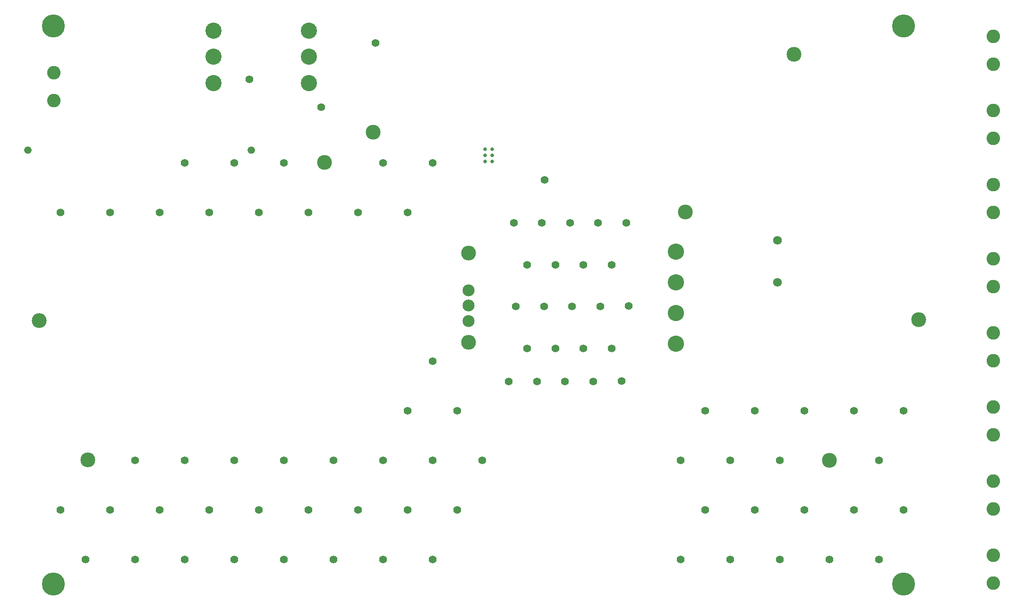
<source format=gbs>
G04*
G04 #@! TF.GenerationSoftware,Altium Limited,Altium Designer,20.1.11 (218)*
G04*
G04 Layer_Color=16711935*
%FSAX25Y25*%
%MOIN*%
G70*
G04*
G04 #@! TF.SameCoordinates,E0C1F809-B248-4629-B2B7-0F7BAD0073A3*
G04*
G04*
G04 #@! TF.FilePolarity,Negative*
G04*
G01*
G75*
%ADD65C,0.10500*%
%ADD66C,0.11425*%
%ADD67C,0.10461*%
%ADD68C,0.08453*%
%ADD69C,0.11484*%
%ADD70C,0.16248*%
%ADD71C,0.09555*%
%ADD73C,0.06200*%
%ADD74C,0.05500*%
%ADD75C,0.02480*%
%ADD95C,0.05224*%
D65*
X0216400Y0322500D02*
D03*
X0547600Y0399000D02*
D03*
X0572500Y0112300D02*
D03*
X0635700Y0211500D02*
D03*
X0470900Y0287600D02*
D03*
X0049100Y0112500D02*
D03*
X0014900Y0210900D02*
D03*
X0250600Y0344000D02*
D03*
D66*
X0205100Y0415700D02*
D03*
Y0397196D02*
D03*
Y0378692D02*
D03*
X0137900D02*
D03*
Y0397196D02*
D03*
Y0415700D02*
D03*
D67*
X0317800Y0258500D02*
D03*
Y0195508D02*
D03*
D68*
Y0232437D02*
D03*
Y0221571D02*
D03*
Y0210744D02*
D03*
D69*
X0464257Y0259484D02*
D03*
Y0237831D02*
D03*
Y0216177D02*
D03*
Y0194524D02*
D03*
D70*
X0625000Y0025000D02*
D03*
X0025000D02*
D03*
X0625000Y0419000D02*
D03*
X0025000D02*
D03*
D71*
X0688100Y0045443D02*
D03*
Y0025758D02*
D03*
Y0097751D02*
D03*
Y0078066D02*
D03*
Y0150059D02*
D03*
Y0130374D02*
D03*
Y0202367D02*
D03*
Y0182682D02*
D03*
Y0411600D02*
D03*
Y0391915D02*
D03*
Y0254675D02*
D03*
Y0234990D02*
D03*
Y0306984D02*
D03*
Y0287298D02*
D03*
Y0359292D02*
D03*
Y0339607D02*
D03*
X0025100Y0366357D02*
D03*
Y0386042D02*
D03*
D73*
X0535900Y0267500D02*
D03*
Y0237972D02*
D03*
D74*
X0292500Y0112300D02*
D03*
X0222500D02*
D03*
X0117500D02*
D03*
X0187500D02*
D03*
X0590000Y0147300D02*
D03*
X0310000Y0077300D02*
D03*
X0467500Y0042300D02*
D03*
X0485000Y0077300D02*
D03*
X0625000D02*
D03*
X0607500Y0042300D02*
D03*
X0555000Y0077300D02*
D03*
X0170000D02*
D03*
X0502500Y0042300D02*
D03*
X0240000Y0077300D02*
D03*
X0117500Y0042300D02*
D03*
X0520000Y0147300D02*
D03*
X0275000D02*
D03*
X0222500Y0042300D02*
D03*
X0607500Y0112300D02*
D03*
X0082500D02*
D03*
X0537500Y0042300D02*
D03*
X0555000Y0147300D02*
D03*
X0047500Y0042300D02*
D03*
X0572500D02*
D03*
X0467500Y0112300D02*
D03*
X0502500D02*
D03*
X0485000Y0147300D02*
D03*
X0537500Y0112300D02*
D03*
X0030000Y0077300D02*
D03*
X0310000Y0147300D02*
D03*
X0520000Y0077300D02*
D03*
X0152500Y0042300D02*
D03*
X0187500D02*
D03*
X0327500Y0112300D02*
D03*
X0292500Y0042300D02*
D03*
X0257500D02*
D03*
X0082500D02*
D03*
X0275000Y0077300D02*
D03*
X0590000D02*
D03*
X0100000D02*
D03*
X0065000D02*
D03*
X0135000D02*
D03*
X0625000Y0147300D02*
D03*
X0205000Y0077300D02*
D03*
X0152500Y0112300D02*
D03*
X0257500D02*
D03*
X0292500Y0182300D02*
D03*
X0425750Y0168300D02*
D03*
X0386050Y0167900D02*
D03*
X0346350D02*
D03*
X0405900D02*
D03*
X0366200D02*
D03*
X0371200Y0220900D02*
D03*
X0410900D02*
D03*
X0351350D02*
D03*
X0391050D02*
D03*
X0430750Y0221300D02*
D03*
X0359225Y0191450D02*
D03*
X0379075D02*
D03*
X0398925D02*
D03*
X0418775D02*
D03*
Y0250350D02*
D03*
X0398925D02*
D03*
X0379075D02*
D03*
X0359225D02*
D03*
X0429200Y0279800D02*
D03*
X0409350D02*
D03*
X0389500D02*
D03*
X0369650D02*
D03*
X0349800D02*
D03*
X0371600Y0310300D02*
D03*
X0163305Y0381305D02*
D03*
X0252300Y0406900D02*
D03*
X0213900Y0361700D02*
D03*
X0292500Y0322300D02*
D03*
X0275000Y0287300D02*
D03*
X0257500Y0322300D02*
D03*
X0240000Y0287300D02*
D03*
X0205000D02*
D03*
X0187500Y0322300D02*
D03*
X0170000Y0287300D02*
D03*
X0152500Y0322300D02*
D03*
X0135000Y0287300D02*
D03*
X0117500Y0322300D02*
D03*
X0100000Y0287300D02*
D03*
X0065000D02*
D03*
X0030000D02*
D03*
D75*
X0329541Y0323369D02*
D03*
X0334659D02*
D03*
Y0332031D02*
D03*
X0329541D02*
D03*
Y0327700D02*
D03*
X0334659D02*
D03*
D95*
X0164540Y0331200D02*
D03*
X0007060D02*
D03*
M02*

</source>
